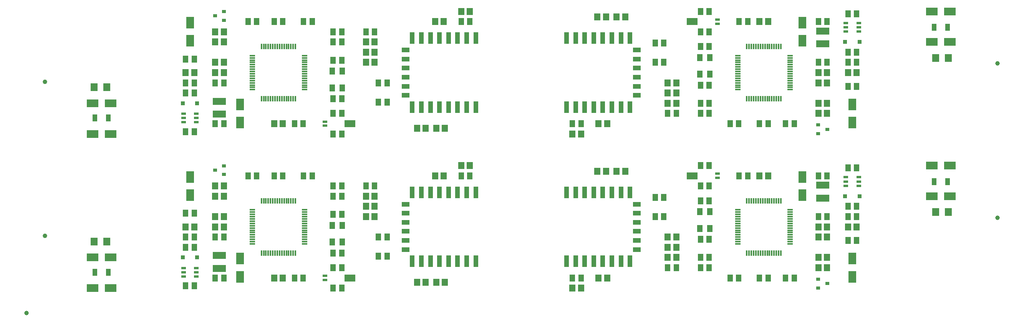
<source format=gtp>
G04*
G04 #@! TF.GenerationSoftware,Altium Limited,Altium Designer,18.0.7 (293)*
G04*
G04 Layer_Color=8421504*
%FSLAX25Y25*%
%MOIN*%
G70*
G01*
G75*
%ADD10C,0.03937*%
%ADD11R,0.07087X0.03937*%
%ADD12R,0.03937X0.09843*%
%ADD13R,0.06299X0.07087*%
%ADD14R,0.03543X0.03740*%
%ADD15R,0.05315X0.05906*%
%ADD16R,0.05118X0.05906*%
%ADD17R,0.04331X0.02362*%
%ADD18R,0.09449X0.05906*%
%ADD19R,0.01181X0.04724*%
%ADD20R,0.04724X0.01181*%
%ADD21R,0.03543X0.03150*%
%ADD22R,0.06693X0.09843*%
%ADD23R,0.09843X0.06693*%
%ADD24R,0.11811X0.06102*%
%ADD25R,0.03937X0.06299*%
%ADD26R,0.04921X0.06299*%
%ADD37R,0.01181X0.04724*%
G54D10*
X-7874Y-7874D02*
D03*
X7874Y59055D02*
D03*
Y192913D02*
D03*
X834646Y208661D02*
D03*
Y74803D02*
D03*
G54D11*
X320866Y86614D02*
D03*
Y78740D02*
D03*
Y70866D02*
D03*
Y62992D02*
D03*
Y55118D02*
D03*
Y47244D02*
D03*
Y220472D02*
D03*
Y212598D02*
D03*
Y204724D02*
D03*
Y196850D02*
D03*
Y188976D02*
D03*
Y181102D02*
D03*
X521654Y181102D02*
D03*
Y188976D02*
D03*
Y196850D02*
D03*
Y204724D02*
D03*
Y212598D02*
D03*
Y220472D02*
D03*
Y47244D02*
D03*
Y55118D02*
D03*
Y62992D02*
D03*
Y70866D02*
D03*
Y78740D02*
D03*
Y86614D02*
D03*
G54D12*
X381890Y96850D02*
D03*
Y37008D02*
D03*
X374016D02*
D03*
X366142D02*
D03*
X358268D02*
D03*
X350394D02*
D03*
X342520D02*
D03*
X334646D02*
D03*
X326772D02*
D03*
Y96850D02*
D03*
X334646D02*
D03*
X342520D02*
D03*
X350394D02*
D03*
X358268D02*
D03*
X366142D02*
D03*
X374016D02*
D03*
X381890Y230709D02*
D03*
Y170866D02*
D03*
X374016D02*
D03*
X366142D02*
D03*
X358268D02*
D03*
X350394D02*
D03*
X342520D02*
D03*
X334646D02*
D03*
X326772D02*
D03*
Y230709D02*
D03*
X334646D02*
D03*
X342520D02*
D03*
X350394D02*
D03*
X358268D02*
D03*
X366142D02*
D03*
X374016D02*
D03*
X460630Y170866D02*
D03*
Y230709D02*
D03*
X468504D02*
D03*
X476378D02*
D03*
X484252D02*
D03*
X492126D02*
D03*
X500000D02*
D03*
X507874D02*
D03*
X515748D02*
D03*
Y170866D02*
D03*
X507874D02*
D03*
X500000D02*
D03*
X492126D02*
D03*
X484252D02*
D03*
X476378D02*
D03*
X468504D02*
D03*
X460630Y37008D02*
D03*
Y96850D02*
D03*
X468504D02*
D03*
X476378D02*
D03*
X484252D02*
D03*
X492126D02*
D03*
X500000D02*
D03*
X507874D02*
D03*
X515748D02*
D03*
Y37008D02*
D03*
X507874D02*
D03*
X500000D02*
D03*
X492126D02*
D03*
X484252D02*
D03*
X476378D02*
D03*
X468504D02*
D03*
G54D13*
X50591Y54134D02*
D03*
X61614D02*
D03*
X50591Y187992D02*
D03*
X61614D02*
D03*
X791929Y213583D02*
D03*
X780905D02*
D03*
X791929Y79724D02*
D03*
X780905D02*
D03*
G54D14*
X140059Y40354D02*
D03*
X127657D02*
D03*
X140059Y174213D02*
D03*
X127657D02*
D03*
X702461Y227362D02*
D03*
X714862D02*
D03*
X702461Y93504D02*
D03*
X714862D02*
D03*
G54D15*
X347638Y18701D02*
D03*
X355118D02*
D03*
X338386D02*
D03*
X330906D02*
D03*
X376772Y120079D02*
D03*
X369291D02*
D03*
X346654Y111221D02*
D03*
X354134D02*
D03*
X294094Y93504D02*
D03*
X286614D02*
D03*
X294094Y84646D02*
D03*
X286614D02*
D03*
X286614Y75787D02*
D03*
X294094D02*
D03*
X206890Y22638D02*
D03*
X214370D02*
D03*
X163189Y93504D02*
D03*
X155709D02*
D03*
X155709Y102362D02*
D03*
X163189D02*
D03*
X155709Y75787D02*
D03*
X163189D02*
D03*
X155709Y66929D02*
D03*
X163189D02*
D03*
X137598Y66929D02*
D03*
X130118D02*
D03*
X347638Y152559D02*
D03*
X355118D02*
D03*
X338386D02*
D03*
X330906D02*
D03*
X376772Y253937D02*
D03*
X369291D02*
D03*
X346654Y245079D02*
D03*
X354134D02*
D03*
X294094Y227362D02*
D03*
X286614D02*
D03*
X294094Y218504D02*
D03*
X286614D02*
D03*
X286614Y209646D02*
D03*
X294094D02*
D03*
X206890Y156496D02*
D03*
X214370D02*
D03*
X163189Y227362D02*
D03*
X155709D02*
D03*
X155709Y236221D02*
D03*
X163189D02*
D03*
X155709Y209646D02*
D03*
X163189D02*
D03*
X155709Y200787D02*
D03*
X163189D02*
D03*
X137598Y200787D02*
D03*
X130118D02*
D03*
X494882Y249016D02*
D03*
X487402D02*
D03*
X504134D02*
D03*
X511614D02*
D03*
X465748Y147638D02*
D03*
X473228D02*
D03*
X495866Y156496D02*
D03*
X488386D02*
D03*
X548425Y174213D02*
D03*
X555905D02*
D03*
X548425Y183071D02*
D03*
X555905D02*
D03*
X555905Y191929D02*
D03*
X548425D02*
D03*
X635630Y245079D02*
D03*
X628150D02*
D03*
X679331Y174213D02*
D03*
X686811D02*
D03*
X686811Y165354D02*
D03*
X679331D02*
D03*
X686811Y191929D02*
D03*
X679331D02*
D03*
X686811Y200787D02*
D03*
X679331D02*
D03*
X704921Y200787D02*
D03*
X712402D02*
D03*
X494882Y115157D02*
D03*
X487402D02*
D03*
X504134D02*
D03*
X511614D02*
D03*
X465748Y13780D02*
D03*
X473228D02*
D03*
X495866Y22638D02*
D03*
X488386D02*
D03*
X548425Y40354D02*
D03*
X555905D02*
D03*
X548425Y49213D02*
D03*
X555905D02*
D03*
X555905Y58071D02*
D03*
X548425D02*
D03*
X635630Y111221D02*
D03*
X628150D02*
D03*
X679331Y40354D02*
D03*
X686811D02*
D03*
X686811Y31496D02*
D03*
X679331D02*
D03*
X686811Y58071D02*
D03*
X679331D02*
D03*
X686811Y66929D02*
D03*
X679331D02*
D03*
X704921Y66929D02*
D03*
X712402D02*
D03*
G54D16*
X369291Y111221D02*
D03*
X376772D02*
D03*
X294094Y102362D02*
D03*
X286614D02*
D03*
X224606Y22638D02*
D03*
X232087D02*
D03*
X239961Y111221D02*
D03*
X232480D02*
D03*
X206890D02*
D03*
X214370D02*
D03*
X191732D02*
D03*
X184252D02*
D03*
X163189Y58071D02*
D03*
X155709D02*
D03*
Y22638D02*
D03*
X163189D02*
D03*
X130118Y49213D02*
D03*
X137598D02*
D03*
X130118Y58071D02*
D03*
X137598D02*
D03*
Y78740D02*
D03*
X130118D02*
D03*
X137598Y15748D02*
D03*
X130118D02*
D03*
X258071Y102362D02*
D03*
X265551D02*
D03*
X258071Y93504D02*
D03*
X265551D02*
D03*
X258071Y13780D02*
D03*
X265551D02*
D03*
X258071Y31496D02*
D03*
X265551D02*
D03*
X258071Y77756D02*
D03*
X265551D02*
D03*
Y44291D02*
D03*
X258071D02*
D03*
X304921Y58071D02*
D03*
X297441D02*
D03*
X304921Y41339D02*
D03*
X297441D02*
D03*
X369291Y245079D02*
D03*
X376772D02*
D03*
X294094Y236221D02*
D03*
X286614D02*
D03*
X224606Y156496D02*
D03*
X232087D02*
D03*
X239961Y245079D02*
D03*
X232480D02*
D03*
X206890D02*
D03*
X214370D02*
D03*
X191732D02*
D03*
X184252D02*
D03*
X163189Y191929D02*
D03*
X155709D02*
D03*
Y156496D02*
D03*
X163189D02*
D03*
X130118Y183071D02*
D03*
X137598D02*
D03*
X130118Y191929D02*
D03*
X137598D02*
D03*
Y212598D02*
D03*
X130118D02*
D03*
X137598Y149606D02*
D03*
X130118D02*
D03*
X258071Y236221D02*
D03*
X265551D02*
D03*
X258071Y227362D02*
D03*
X265551D02*
D03*
X258071Y147638D02*
D03*
X265551D02*
D03*
X258071Y165354D02*
D03*
X265551D02*
D03*
X258071Y211614D02*
D03*
X265551D02*
D03*
Y178150D02*
D03*
X258071D02*
D03*
X304921Y191929D02*
D03*
X297441D02*
D03*
X304921Y175197D02*
D03*
X297441D02*
D03*
X473228Y156496D02*
D03*
X465748D02*
D03*
X548425Y165354D02*
D03*
X555905D02*
D03*
X617913Y245079D02*
D03*
X610433D02*
D03*
X602559Y156496D02*
D03*
X610039D02*
D03*
X635630D02*
D03*
X628150D02*
D03*
X650787D02*
D03*
X658268D02*
D03*
X679331Y209646D02*
D03*
X686811D02*
D03*
Y245079D02*
D03*
X679331D02*
D03*
X712402Y218504D02*
D03*
X704921D02*
D03*
X712402Y209646D02*
D03*
X704921D02*
D03*
Y188976D02*
D03*
X712402D02*
D03*
X704921Y251969D02*
D03*
X712402D02*
D03*
X584449Y165354D02*
D03*
X576968D02*
D03*
X584449Y174213D02*
D03*
X576968D02*
D03*
X584449Y253937D02*
D03*
X576968D02*
D03*
X584449Y236221D02*
D03*
X576968D02*
D03*
X584449Y189961D02*
D03*
X576968D02*
D03*
Y223425D02*
D03*
X584449D02*
D03*
X537598Y209646D02*
D03*
X545079D02*
D03*
X537598Y226378D02*
D03*
X545079D02*
D03*
X473228Y22638D02*
D03*
X465748D02*
D03*
X548425Y31496D02*
D03*
X555905D02*
D03*
X617913Y111221D02*
D03*
X610433D02*
D03*
X602559Y22638D02*
D03*
X610039D02*
D03*
X635630D02*
D03*
X628150D02*
D03*
X650787D02*
D03*
X658268D02*
D03*
X679331Y75787D02*
D03*
X686811D02*
D03*
Y111221D02*
D03*
X679331D02*
D03*
X712402Y84646D02*
D03*
X704921D02*
D03*
X712402Y75787D02*
D03*
X704921D02*
D03*
Y55118D02*
D03*
X712402D02*
D03*
X704921Y118110D02*
D03*
X712402D02*
D03*
X584449Y31496D02*
D03*
X576968D02*
D03*
X584449Y40354D02*
D03*
X576968D02*
D03*
X584449Y120079D02*
D03*
X576968D02*
D03*
X584449Y102362D02*
D03*
X576968D02*
D03*
X584449Y56102D02*
D03*
X576968D02*
D03*
Y89567D02*
D03*
X584449D02*
D03*
X537598Y75787D02*
D03*
X545079D02*
D03*
X537598Y92520D02*
D03*
X545079D02*
D03*
G54D17*
X250886Y20866D02*
D03*
Y24409D02*
D03*
X128347Y31299D02*
D03*
Y27559D02*
D03*
Y23819D02*
D03*
X139370D02*
D03*
Y27559D02*
D03*
Y31299D02*
D03*
X250886Y154724D02*
D03*
Y158268D02*
D03*
X128347Y165157D02*
D03*
Y161417D02*
D03*
Y157677D02*
D03*
X139370D02*
D03*
Y161417D02*
D03*
Y165157D02*
D03*
X591634Y246850D02*
D03*
Y243307D02*
D03*
X714173Y236417D02*
D03*
Y240158D02*
D03*
Y243898D02*
D03*
X703150D02*
D03*
Y240158D02*
D03*
Y236417D02*
D03*
X591634Y112992D02*
D03*
Y109449D02*
D03*
X714173Y102559D02*
D03*
Y106299D02*
D03*
Y110039D02*
D03*
X703150D02*
D03*
Y106299D02*
D03*
Y102559D02*
D03*
G54D18*
X272736Y22638D02*
D03*
Y156496D02*
D03*
X569783Y245079D02*
D03*
Y111221D02*
D03*
G54D19*
X225394Y44291D02*
D03*
X223425D02*
D03*
X221457D02*
D03*
X219488D02*
D03*
X217520D02*
D03*
X215551D02*
D03*
X213583D02*
D03*
X211614D02*
D03*
X209646D02*
D03*
X207677D02*
D03*
X205709D02*
D03*
X203740D02*
D03*
X201772D02*
D03*
X199803D02*
D03*
X197835D02*
D03*
X195866D02*
D03*
Y89567D02*
D03*
X197835D02*
D03*
X199803D02*
D03*
X201772D02*
D03*
X203740D02*
D03*
X205709D02*
D03*
X207677D02*
D03*
X209646D02*
D03*
X211614D02*
D03*
X213583D02*
D03*
X215551D02*
D03*
X217520D02*
D03*
X219488D02*
D03*
X221457D02*
D03*
X223425D02*
D03*
X225394D02*
D03*
Y178150D02*
D03*
X223425D02*
D03*
X221457D02*
D03*
X219488D02*
D03*
X217520D02*
D03*
X215551D02*
D03*
X213583D02*
D03*
X211614D02*
D03*
X209646D02*
D03*
X207677D02*
D03*
X205709D02*
D03*
X203740D02*
D03*
X201772D02*
D03*
X199803D02*
D03*
X197835D02*
D03*
X195866D02*
D03*
Y223425D02*
D03*
X197835D02*
D03*
X199803D02*
D03*
X201772D02*
D03*
X203740D02*
D03*
X205709D02*
D03*
X207677D02*
D03*
X209646D02*
D03*
X211614D02*
D03*
X213583D02*
D03*
X215551D02*
D03*
X217520D02*
D03*
X219488D02*
D03*
X221457D02*
D03*
X223425D02*
D03*
X225394D02*
D03*
X617126Y223425D02*
D03*
X619095D02*
D03*
X621063D02*
D03*
X623032D02*
D03*
X625000D02*
D03*
X626968D02*
D03*
X628937D02*
D03*
X630905D02*
D03*
X632874D02*
D03*
X634842D02*
D03*
X636811D02*
D03*
X638779D02*
D03*
X640748D02*
D03*
X642717D02*
D03*
X644685D02*
D03*
X646654D02*
D03*
X617126Y89567D02*
D03*
X619095D02*
D03*
X621063D02*
D03*
X623032D02*
D03*
X625000D02*
D03*
X626968D02*
D03*
X628937D02*
D03*
X630905D02*
D03*
X632874D02*
D03*
X634842D02*
D03*
X636811D02*
D03*
X638779D02*
D03*
X640748D02*
D03*
X642717D02*
D03*
X644685D02*
D03*
X646654D02*
D03*
G54D20*
X187992Y52165D02*
D03*
Y54134D02*
D03*
Y56102D02*
D03*
Y58071D02*
D03*
Y60039D02*
D03*
Y62008D02*
D03*
Y63976D02*
D03*
Y65945D02*
D03*
Y67913D02*
D03*
Y69882D02*
D03*
Y71850D02*
D03*
Y73819D02*
D03*
Y75787D02*
D03*
Y77756D02*
D03*
Y79724D02*
D03*
Y81693D02*
D03*
X233268D02*
D03*
Y79724D02*
D03*
Y77756D02*
D03*
Y75787D02*
D03*
Y73819D02*
D03*
Y71850D02*
D03*
Y69882D02*
D03*
Y67913D02*
D03*
Y65945D02*
D03*
Y63976D02*
D03*
Y62008D02*
D03*
Y60039D02*
D03*
Y58071D02*
D03*
Y56102D02*
D03*
Y54134D02*
D03*
Y52165D02*
D03*
X187992Y186024D02*
D03*
Y187992D02*
D03*
Y189961D02*
D03*
Y191929D02*
D03*
Y193898D02*
D03*
Y195866D02*
D03*
Y197835D02*
D03*
Y199803D02*
D03*
Y201772D02*
D03*
Y203740D02*
D03*
Y205709D02*
D03*
Y207677D02*
D03*
Y209646D02*
D03*
Y211614D02*
D03*
Y213583D02*
D03*
Y215551D02*
D03*
X233268D02*
D03*
Y213583D02*
D03*
Y211614D02*
D03*
Y209646D02*
D03*
Y207677D02*
D03*
Y205709D02*
D03*
Y203740D02*
D03*
Y201772D02*
D03*
Y199803D02*
D03*
Y197835D02*
D03*
Y195866D02*
D03*
Y193898D02*
D03*
Y191929D02*
D03*
Y189961D02*
D03*
Y187992D02*
D03*
Y186024D02*
D03*
X654528Y215551D02*
D03*
Y213583D02*
D03*
Y211614D02*
D03*
Y209646D02*
D03*
Y207677D02*
D03*
Y205709D02*
D03*
Y203740D02*
D03*
Y201772D02*
D03*
Y199803D02*
D03*
Y197835D02*
D03*
Y195866D02*
D03*
Y193898D02*
D03*
Y191929D02*
D03*
Y189961D02*
D03*
Y187992D02*
D03*
Y186024D02*
D03*
X609252D02*
D03*
Y187992D02*
D03*
Y189961D02*
D03*
Y191929D02*
D03*
Y193898D02*
D03*
Y195866D02*
D03*
Y197835D02*
D03*
Y199803D02*
D03*
Y201772D02*
D03*
Y203740D02*
D03*
Y205709D02*
D03*
Y207677D02*
D03*
Y209646D02*
D03*
Y211614D02*
D03*
Y213583D02*
D03*
Y215551D02*
D03*
X654528Y81693D02*
D03*
Y79724D02*
D03*
Y77756D02*
D03*
Y75787D02*
D03*
Y73819D02*
D03*
Y71850D02*
D03*
Y69882D02*
D03*
Y67913D02*
D03*
Y65945D02*
D03*
Y63976D02*
D03*
Y62008D02*
D03*
Y60039D02*
D03*
Y58071D02*
D03*
Y56102D02*
D03*
Y54134D02*
D03*
Y52165D02*
D03*
X609252D02*
D03*
Y54134D02*
D03*
Y56102D02*
D03*
Y58071D02*
D03*
Y60039D02*
D03*
Y62008D02*
D03*
Y63976D02*
D03*
Y65945D02*
D03*
Y67913D02*
D03*
Y69882D02*
D03*
Y71850D02*
D03*
Y73819D02*
D03*
Y75787D02*
D03*
Y77756D02*
D03*
Y79724D02*
D03*
Y81693D02*
D03*
G54D21*
X163386Y119882D02*
D03*
X155512Y116142D02*
D03*
X163386Y112402D02*
D03*
Y253740D02*
D03*
X155512Y250000D02*
D03*
X163386Y246260D02*
D03*
X679134Y147835D02*
D03*
X687008Y151575D02*
D03*
X679134Y155315D02*
D03*
Y13976D02*
D03*
X687008Y17717D02*
D03*
X679134Y21457D02*
D03*
G54D22*
X177165Y39370D02*
D03*
Y23622D02*
D03*
X133858Y110236D02*
D03*
Y94488D02*
D03*
X177165Y173228D02*
D03*
Y157480D02*
D03*
X133858Y244094D02*
D03*
Y228346D02*
D03*
X665354Y228346D02*
D03*
Y244094D02*
D03*
X708661Y157480D02*
D03*
Y173228D02*
D03*
X665354Y94488D02*
D03*
Y110236D02*
D03*
X708661Y23622D02*
D03*
Y39370D02*
D03*
G54D23*
X49213Y40354D02*
D03*
X64961D02*
D03*
Y13780D02*
D03*
X49213D02*
D03*
Y174213D02*
D03*
X64961D02*
D03*
Y147638D02*
D03*
X49213D02*
D03*
X793307Y227362D02*
D03*
X777559D02*
D03*
Y253937D02*
D03*
X793307D02*
D03*
Y93504D02*
D03*
X777559D02*
D03*
Y120079D02*
D03*
X793307D02*
D03*
G54D24*
X159449Y30807D02*
D03*
Y42028D02*
D03*
Y164665D02*
D03*
Y175886D02*
D03*
X683071Y236910D02*
D03*
Y225689D02*
D03*
Y103051D02*
D03*
Y91831D02*
D03*
G54D25*
X51181Y27559D02*
D03*
X62992D02*
D03*
X51181Y161417D02*
D03*
X62992D02*
D03*
X791339Y240158D02*
D03*
X779528D02*
D03*
X791339Y106299D02*
D03*
X779528D02*
D03*
G54D26*
X266142Y53740D02*
D03*
X257480Y68307D02*
D03*
X266142D02*
D03*
X257480Y53740D02*
D03*
X266142Y187598D02*
D03*
X257480Y202165D02*
D03*
X266142D02*
D03*
X257480Y187598D02*
D03*
X576378Y213976D02*
D03*
X585039Y199409D02*
D03*
X576378D02*
D03*
X585039Y213976D02*
D03*
X576378Y80118D02*
D03*
X585039Y65551D02*
D03*
X576378D02*
D03*
X585039Y80118D02*
D03*
G54D37*
X646654Y178150D02*
D03*
X644685D02*
D03*
X642717D02*
D03*
X640748D02*
D03*
X638779D02*
D03*
X636811D02*
D03*
X634842D02*
D03*
X632874D02*
D03*
X630905D02*
D03*
X628937D02*
D03*
X626968D02*
D03*
X625000D02*
D03*
X623032D02*
D03*
X621063D02*
D03*
X619095D02*
D03*
X617126D02*
D03*
X646654Y44291D02*
D03*
X644685D02*
D03*
X642717D02*
D03*
X640748D02*
D03*
X638779D02*
D03*
X636811D02*
D03*
X634842D02*
D03*
X632874D02*
D03*
X630905D02*
D03*
X628937D02*
D03*
X626968D02*
D03*
X625000D02*
D03*
X623032D02*
D03*
X621063D02*
D03*
X619095D02*
D03*
X617126D02*
D03*
M02*

</source>
